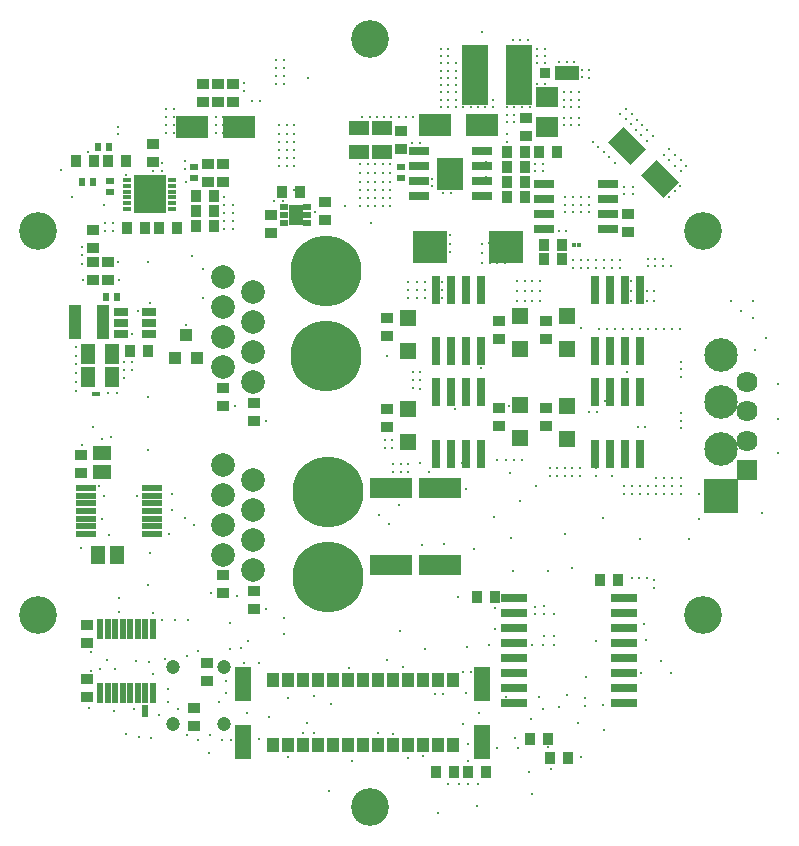
<source format=gbs>
G04*
G04 #@! TF.GenerationSoftware,Altium Limited,Altium Designer,22.0.2 (36)*
G04*
G04 Layer_Color=16711935*
%FSLAX25Y25*%
%MOIN*%
G70*
G04*
G04 #@! TF.SameCoordinates,03AFB46A-AB1F-498B-8AA6-452B2CF56A70*
G04*
G04*
G04 #@! TF.FilePolarity,Negative*
G04*
G01*
G75*
%ADD56R,0.04300X0.03800*%
%ADD59R,0.10642X0.07493*%
%ADD63R,0.04551X0.06551*%
%ADD65R,0.03800X0.04300*%
%ADD66R,0.11784X0.10918*%
%ADD71R,0.03972X0.03472*%
%ADD75R,0.06551X0.04551*%
%ADD77R,0.03472X0.03972*%
%ADD89C,0.23635*%
%ADD90R,0.07060X0.07060*%
%ADD91C,0.07060*%
%ADD92C,0.00800*%
%ADD93R,0.11194X0.11194*%
%ADD94C,0.11194*%
%ADD95C,0.04737*%
%ADD96C,0.07887*%
%ADD97C,0.12611*%
%ADD98C,0.01181*%
%ADD540R,0.01457X0.01496*%
%ADD541R,0.14186X0.07099*%
%ADD542R,0.01981X0.04698*%
%ADD543R,0.04698X0.01981*%
%ADD544R,0.02414X0.07099*%
%ADD545R,0.02257X0.01863*%
%ADD546R,0.08274X0.04731*%
%ADD547R,0.03550X0.03550*%
%ADD548R,0.08674X0.03162*%
%ADD549R,0.07800X0.06800*%
%ADD550R,0.03950X0.11430*%
%ADD551R,0.02272X0.02972*%
%ADD552R,0.04737X0.03162*%
%ADD553R,0.06902X0.02178*%
%ADD554R,0.04028X0.04422*%
%ADD555R,0.05524X0.05524*%
%ADD556R,0.05524X0.11430*%
%ADD557R,0.03950X0.05131*%
%ADD558R,0.03162X0.09461*%
G04:AMPARAMS|DCode=559|XSize=106.42mil|YSize=74.93mil|CornerRadius=0mil|HoleSize=0mil|Usage=FLASHONLY|Rotation=315.000|XOffset=0mil|YOffset=0mil|HoleType=Round|Shape=Rectangle|*
%AMROTATEDRECTD559*
4,1,4,-0.06412,0.01114,-0.01114,0.06412,0.06412,-0.01114,0.01114,-0.06412,-0.06412,0.01114,0.0*
%
%ADD559ROTATEDRECTD559*%

%ADD560R,0.06902X0.03162*%
%ADD561R,0.02972X0.02272*%
%ADD562R,0.08674X0.10642*%
%ADD563R,0.07139X0.03084*%
%ADD564R,0.03162X0.01784*%
%ADD565R,0.11036X0.12611*%
%ADD566R,0.09095X0.20118*%
%ADD567R,0.02572X0.01981*%
%ADD568R,0.04737X0.07099*%
D56*
X-49000Y133500D02*
D03*
Y139500D02*
D03*
X-38900Y72000D02*
D03*
Y66000D02*
D03*
X-49000Y71200D02*
D03*
Y77200D02*
D03*
X-38900Y128600D02*
D03*
Y134600D02*
D03*
X5600Y132500D02*
D03*
Y126500D02*
D03*
Y162900D02*
D03*
Y156900D02*
D03*
X58500Y156100D02*
D03*
X42900D02*
D03*
Y133100D02*
D03*
Y127100D02*
D03*
Y162100D02*
D03*
X58500Y133100D02*
D03*
Y127100D02*
D03*
Y162100D02*
D03*
X-58900Y32900D02*
D03*
Y26900D02*
D03*
X-54300Y47900D02*
D03*
Y41900D02*
D03*
X-92400Y192300D02*
D03*
Y186300D02*
D03*
X-45871Y241037D02*
D03*
Y235037D02*
D03*
D59*
X37200Y227300D02*
D03*
X21452D02*
D03*
X-59548Y226600D02*
D03*
X-43800D02*
D03*
D63*
X-94100Y151000D02*
D03*
X-86100D02*
D03*
X-94100Y143400D02*
D03*
X-86100D02*
D03*
D65*
X56100Y218200D02*
D03*
X62100D02*
D03*
X45500Y208200D02*
D03*
X51500D02*
D03*
X45500Y213300D02*
D03*
X51500D02*
D03*
X-58271Y193700D02*
D03*
X-52271D02*
D03*
X59900Y16300D02*
D03*
X65900D02*
D03*
X53200Y22800D02*
D03*
X59200D02*
D03*
X-58271Y198669D02*
D03*
X-52271D02*
D03*
X-58271Y203637D02*
D03*
X-52271D02*
D03*
X-98172Y215300D02*
D03*
X-92172D02*
D03*
X-87500D02*
D03*
X-81500D02*
D03*
X58000Y187300D02*
D03*
X64000D02*
D03*
X58000Y182500D02*
D03*
X64000D02*
D03*
X51500Y203237D02*
D03*
X45500D02*
D03*
X28000Y11500D02*
D03*
X22000D02*
D03*
X32500D02*
D03*
X38500D02*
D03*
D66*
X19800Y186600D02*
D03*
X45154D02*
D03*
D71*
X-96300Y117200D02*
D03*
Y111200D02*
D03*
X-94300Y42600D02*
D03*
Y36600D02*
D03*
X51800Y223800D02*
D03*
Y229800D02*
D03*
X10100Y219400D02*
D03*
Y225400D02*
D03*
X-50836Y241137D02*
D03*
Y235137D02*
D03*
X-55800D02*
D03*
Y241137D02*
D03*
X-92400Y181500D02*
D03*
Y175500D02*
D03*
X-87300D02*
D03*
Y181500D02*
D03*
X-94500Y60600D02*
D03*
Y54600D02*
D03*
X-54272Y208337D02*
D03*
Y214337D02*
D03*
X-49272Y208337D02*
D03*
Y214337D02*
D03*
X-14972Y201737D02*
D03*
Y195737D02*
D03*
X-33171Y197337D02*
D03*
Y191337D02*
D03*
X-72471Y215137D02*
D03*
Y221137D02*
D03*
X86028Y191737D02*
D03*
Y197737D02*
D03*
D75*
X3900Y218400D02*
D03*
Y226400D02*
D03*
X-3700Y218400D02*
D03*
Y226400D02*
D03*
D77*
X-74000Y152100D02*
D03*
X-80000D02*
D03*
X51500Y218300D02*
D03*
X45500D02*
D03*
X76400Y75600D02*
D03*
X82400D02*
D03*
X35500Y70000D02*
D03*
X41500D02*
D03*
X-75072Y193037D02*
D03*
X-81072D02*
D03*
X-64400Y193100D02*
D03*
X-70400D02*
D03*
X-29372Y204937D02*
D03*
X-23371D02*
D03*
D89*
X-14200Y76789D02*
D03*
Y105135D02*
D03*
X-14700Y178694D02*
D03*
Y150347D02*
D03*
D90*
X125700Y112272D02*
D03*
D91*
Y122114D02*
D03*
Y131957D02*
D03*
Y141799D02*
D03*
D92*
X130386Y97827D02*
D03*
X69071Y27871D02*
D03*
X52929Y11729D02*
D03*
X-41201Y31426D02*
D03*
X36201D02*
D03*
X-57335Y51890D02*
D03*
Y22363D02*
D03*
X-74000Y73919D02*
D03*
Y118919D02*
D03*
Y136680D02*
D03*
Y181680D02*
D03*
D93*
X117000Y103732D02*
D03*
D94*
Y119323D02*
D03*
Y134913D02*
D03*
Y150504D02*
D03*
D95*
X-65799Y27678D02*
D03*
Y46576D02*
D03*
X-48870Y27678D02*
D03*
Y46576D02*
D03*
D96*
X-39000Y108919D02*
D03*
Y98919D02*
D03*
Y88919D02*
D03*
Y78919D02*
D03*
X-49000Y113919D02*
D03*
Y103919D02*
D03*
Y93919D02*
D03*
Y83919D02*
D03*
X-39000Y171680D02*
D03*
Y161680D02*
D03*
Y151680D02*
D03*
Y141680D02*
D03*
X-49000Y176680D02*
D03*
Y166680D02*
D03*
Y156680D02*
D03*
Y146680D02*
D03*
D97*
X0Y255906D02*
D03*
X110810Y191929D02*
D03*
X-110810D02*
D03*
Y63976D02*
D03*
X110810D02*
D03*
X0Y0D02*
D03*
D98*
X16600Y221200D02*
D03*
X13800D02*
D03*
X28200Y132700D02*
D03*
X-28800Y246300D02*
D03*
Y248900D02*
D03*
Y243700D02*
D03*
Y241100D02*
D03*
X-34900Y128651D02*
D03*
X88444Y34600D02*
D03*
X200Y194600D02*
D03*
X16400Y114603D02*
D03*
X12623Y114400D02*
D03*
X47800Y115500D02*
D03*
X50550D02*
D03*
X45050D02*
D03*
X42300D02*
D03*
X-31600Y241100D02*
D03*
Y243700D02*
D03*
Y248900D02*
D03*
Y246300D02*
D03*
X-42100Y238800D02*
D03*
Y241400D02*
D03*
X-34900Y65949D02*
D03*
X-44478Y70441D02*
D03*
X-28914Y63096D02*
D03*
X-53000Y71149D02*
D03*
X-45000Y133500D02*
D03*
X-78700Y32500D02*
D03*
X-70600Y30500D02*
D03*
X-73000Y22900D02*
D03*
X-77137Y23363D02*
D03*
X-61269Y50400D02*
D03*
X-68600Y49300D02*
D03*
X-61269Y24000D02*
D03*
X-53400D02*
D03*
X-66200Y98950D02*
D03*
Y104400D02*
D03*
X-3361Y208400D02*
D03*
Y214284D02*
D03*
Y211292D02*
D03*
Y205708D02*
D03*
Y203016D02*
D03*
Y200324D02*
D03*
X-869Y208400D02*
D03*
Y214284D02*
D03*
Y211292D02*
D03*
Y205708D02*
D03*
Y203016D02*
D03*
Y200324D02*
D03*
X-2720Y229900D02*
D03*
X-84500Y137900D02*
D03*
X-87300D02*
D03*
X92400Y182700D02*
D03*
X95009D02*
D03*
X97618D02*
D03*
X-13900Y5200D02*
D03*
X32000Y105900D02*
D03*
X16600Y144900D02*
D03*
X14127D02*
D03*
X5500Y150200D02*
D03*
X-83900Y69600D02*
D03*
X7323Y122409D02*
D03*
Y119809D02*
D03*
X4761D02*
D03*
X14127Y139484D02*
D03*
Y142150D02*
D03*
X16600D02*
D03*
X-20900Y242900D02*
D03*
X-27808Y213695D02*
D03*
X-25316D02*
D03*
X-27808Y216387D02*
D03*
X-25316D02*
D03*
X-27808Y227171D02*
D03*
X-25316D02*
D03*
X-27808Y224479D02*
D03*
X-25316D02*
D03*
Y221787D02*
D03*
X-27808D02*
D03*
X-25316Y219095D02*
D03*
X-27808D02*
D03*
X-30300Y227171D02*
D03*
Y219072D02*
D03*
Y221772D02*
D03*
Y224471D02*
D03*
X58200Y132900D02*
D03*
X-84100Y181600D02*
D03*
X-83900Y64900D02*
D03*
X-72600Y64500D02*
D03*
X41500Y59400D02*
D03*
X75084Y55184D02*
D03*
X37000Y38000D02*
D03*
X-28914Y57800D02*
D03*
X-7076Y46398D02*
D03*
X-94231Y218269D02*
D03*
X-37175Y48100D02*
D03*
X-32400Y42500D02*
D03*
X-40678Y55381D02*
D03*
X23700Y190489D02*
D03*
X26528D02*
D03*
X36900Y146200D02*
D03*
X26543Y169660D02*
D03*
Y172352D02*
D03*
Y175044D02*
D03*
X20971Y169660D02*
D03*
Y172352D02*
D03*
Y175044D02*
D03*
X23772Y169660D02*
D03*
Y172352D02*
D03*
Y175044D02*
D03*
X26528Y185105D02*
D03*
Y187797D02*
D03*
X23700D02*
D03*
Y185105D02*
D03*
X-30300Y216400D02*
D03*
Y213671D02*
D03*
X30681Y114603D02*
D03*
X46100Y133800D02*
D03*
X46600Y111300D02*
D03*
X16600Y139400D02*
D03*
X5600Y131480D02*
D03*
X32281Y150200D02*
D03*
X-18501Y198428D02*
D03*
X-8600Y200200D02*
D03*
X-25400Y205500D02*
D03*
X90219Y44600D02*
D03*
X53758Y4400D02*
D03*
X22600Y-2100D02*
D03*
X-289Y229900D02*
D03*
X30800Y45000D02*
D03*
X-18880Y36820D02*
D03*
X-13200Y34365D02*
D03*
X64900Y91100D02*
D03*
X53900Y54000D02*
D03*
X-27500Y16781D02*
D03*
X46900Y89700D02*
D03*
X-6152Y15474D02*
D03*
X78000Y179700D02*
D03*
X-99500Y203200D02*
D03*
X61271Y64174D02*
D03*
X61200Y57100D02*
D03*
X58035D02*
D03*
X21600Y37700D02*
D03*
X24300D02*
D03*
X33500Y45000D02*
D03*
X-85474Y32100D02*
D03*
X-87755Y48935D02*
D03*
X-93169Y45460D02*
D03*
X-90136Y45881D02*
D03*
X-93169Y51500D02*
D03*
X62828Y33437D02*
D03*
X57500Y32760D02*
D03*
X71700Y33700D02*
D03*
X77500Y33900D02*
D03*
X18231Y52631D02*
D03*
X47352Y44700D02*
D03*
X78000Y25700D02*
D03*
X59338Y20138D02*
D03*
X71700Y36154D02*
D03*
X53400Y29300D02*
D03*
X71860Y43441D02*
D03*
X56300Y36500D02*
D03*
X45095D02*
D03*
X39671Y54091D02*
D03*
X65600Y37319D02*
D03*
X26019Y7782D02*
D03*
X12450Y16419D02*
D03*
X87200Y76419D02*
D03*
X92200D02*
D03*
X54800Y64219D02*
D03*
X58035D02*
D03*
X61200Y54100D02*
D03*
X-88800Y103700D02*
D03*
X-86534Y123362D02*
D03*
X-89500Y122600D02*
D03*
X-89300Y96100D02*
D03*
X-90500Y107100D02*
D03*
X-46700Y61200D02*
D03*
X-27534Y36366D02*
D03*
X-33900Y30100D02*
D03*
X-37000Y22626D02*
D03*
X-21132Y27869D02*
D03*
X-53900Y18100D02*
D03*
X-81300Y24300D02*
D03*
X-87039Y90800D02*
D03*
X-73500Y84500D02*
D03*
X-43100Y53100D02*
D03*
X-65100Y62181D02*
D03*
X-60700D02*
D03*
X-77811Y103722D02*
D03*
X-73800Y48400D02*
D03*
X-96300Y86300D02*
D03*
X-69481Y62181D02*
D03*
X-67136Y90938D02*
D03*
X-78000Y48800D02*
D03*
X-96200Y120600D02*
D03*
X-92460Y126619D02*
D03*
X-58700Y93919D02*
D03*
X-46700Y52600D02*
D03*
X31800Y37900D02*
D03*
X30977Y27494D02*
D03*
X-85200Y46100D02*
D03*
X-72600Y44340D02*
D03*
X-93700Y33100D02*
D03*
X12623Y111800D02*
D03*
X7500D02*
D03*
X10061D02*
D03*
X7500Y114400D02*
D03*
X10061D02*
D03*
X6300Y94319D02*
D03*
X9600Y100500D02*
D03*
X41081Y96500D02*
D03*
X4761Y122409D02*
D03*
X32300Y53259D02*
D03*
X57400Y54014D02*
D03*
X65319Y192100D02*
D03*
X62900D02*
D03*
X-79400Y145750D02*
D03*
X-98200Y138650D02*
D03*
X58200Y250285D02*
D03*
X67900Y248200D02*
D03*
X62900D02*
D03*
X65400D02*
D03*
X72800Y245500D02*
D03*
Y243000D02*
D03*
X70500Y243300D02*
D03*
Y245800D02*
D03*
X55700Y240900D02*
D03*
X58200D02*
D03*
X69500Y227200D02*
D03*
Y229626D02*
D03*
Y233300D02*
D03*
Y238160D02*
D03*
Y235730D02*
D03*
X47400Y255700D02*
D03*
X52400D02*
D03*
X49900D02*
D03*
X64500Y233300D02*
D03*
X53222D02*
D03*
X67000Y235730D02*
D03*
X64500Y238160D02*
D03*
X50610Y233300D02*
D03*
X55700Y252712D02*
D03*
X67000Y238160D02*
D03*
X53222Y235726D02*
D03*
X58200Y247859D02*
D03*
X45387Y233300D02*
D03*
X55700Y250285D02*
D03*
X64500Y235730D02*
D03*
X47999Y235726D02*
D03*
X67000Y233300D02*
D03*
X45387Y235726D02*
D03*
X47999Y233300D02*
D03*
X50610Y235726D02*
D03*
X58200Y252712D02*
D03*
X55700Y247859D02*
D03*
X-73500Y167900D02*
D03*
X67000Y229626D02*
D03*
Y227200D02*
D03*
X64500Y229626D02*
D03*
Y227200D02*
D03*
X24280Y204600D02*
D03*
Y207292D02*
D03*
Y209984D02*
D03*
X-103000Y212400D02*
D03*
X-61500Y160800D02*
D03*
X67161Y79500D02*
D03*
X-42100Y48100D02*
D03*
X-46600Y22400D02*
D03*
X-49600D02*
D03*
X-82100Y148400D02*
D03*
Y143000D02*
D03*
Y145750D02*
D03*
X-79400Y148400D02*
D03*
Y157481D02*
D03*
X-77303Y165240D02*
D03*
X-98200Y144550D02*
D03*
Y141600D02*
D03*
Y147500D02*
D03*
Y150450D02*
D03*
Y153400D02*
D03*
X100300Y44800D02*
D03*
X97000Y48800D02*
D03*
X-95800Y175500D02*
D03*
X-50381Y34881D02*
D03*
X-67450Y39226D02*
D03*
Y34874D02*
D03*
X-48100Y38100D02*
D03*
X-64200Y32500D02*
D03*
X37300Y258300D02*
D03*
X127700Y162900D02*
D03*
X87100Y230900D02*
D03*
X88900Y229100D02*
D03*
X90600Y227300D02*
D03*
X92300Y225500D02*
D03*
X94100Y223700D02*
D03*
X85300Y232700D02*
D03*
X103400Y211900D02*
D03*
X101550Y213750D02*
D03*
X99700Y215600D02*
D03*
X97850Y217450D02*
D03*
X97618Y180200D02*
D03*
X100226D02*
D03*
X92400D02*
D03*
X95009D02*
D03*
X103100Y207000D02*
D03*
X26000Y252742D02*
D03*
X23400D02*
D03*
X26000Y250312D02*
D03*
X23400D02*
D03*
X-84200Y224240D02*
D03*
Y226780D02*
D03*
X99680Y219280D02*
D03*
X101530Y217430D02*
D03*
X101400Y205200D02*
D03*
X87400Y204200D02*
D03*
Y206700D02*
D03*
X84700D02*
D03*
Y204200D02*
D03*
X97786Y159400D02*
D03*
X100471D02*
D03*
X103157D02*
D03*
X77600Y96400D02*
D03*
X95100Y159400D02*
D03*
X35600Y200D02*
D03*
X2500Y24558D02*
D03*
X9814Y58586D02*
D03*
X41500Y66319D02*
D03*
X58035Y66825D02*
D03*
X54800Y66800D02*
D03*
X91300Y60900D02*
D03*
X49300Y19700D02*
D03*
X48100Y23046D02*
D03*
X60200Y12700D02*
D03*
X32500Y15327D02*
D03*
X32600Y21100D02*
D03*
X17600Y17123D02*
D03*
X36000Y7782D02*
D03*
X29400D02*
D03*
X32700D02*
D03*
X42116Y19700D02*
D03*
X70200Y16500D02*
D03*
X-61700Y96300D02*
D03*
X90000Y89400D02*
D03*
X-22500Y24600D02*
D03*
X-18750D02*
D03*
X29200Y69900D02*
D03*
X5644Y49069D02*
D03*
X10909Y46760D02*
D03*
X19500Y111622D02*
D03*
X47476Y78546D02*
D03*
X59273Y78481D02*
D03*
X91900Y55500D02*
D03*
X-88800Y200500D02*
D03*
X-39557Y235300D02*
D03*
X-36900D02*
D03*
X-59400Y183700D02*
D03*
X-55900Y179400D02*
D03*
X-83900Y175500D02*
D03*
X34600Y86100D02*
D03*
X131900Y156200D02*
D03*
X128100Y152400D02*
D03*
X135900Y140900D02*
D03*
Y129400D02*
D03*
Y117900D02*
D03*
X109500Y96000D02*
D03*
Y104300D02*
D03*
X81000Y135400D02*
D03*
X78300D02*
D03*
X7500Y24400D02*
D03*
X76300Y159400D02*
D03*
X75666Y131633D02*
D03*
X73000D02*
D03*
X89100Y126800D02*
D03*
X91600D02*
D03*
X103402Y126200D02*
D03*
Y128700D02*
D03*
Y131200D02*
D03*
X50000Y102000D02*
D03*
X55100Y106900D02*
D03*
X103400Y148400D02*
D03*
Y145900D02*
D03*
Y143400D02*
D03*
X80650Y110200D02*
D03*
X-81472Y210737D02*
D03*
X-85900Y192100D02*
D03*
Y194802D02*
D03*
X-52500Y203400D02*
D03*
X-72469Y198781D02*
D03*
X-55800Y169800D02*
D03*
X103380Y215580D02*
D03*
X105230Y213730D02*
D03*
X-69600Y214697D02*
D03*
X-96000Y186800D02*
D03*
Y183850D02*
D03*
X-88500Y194802D02*
D03*
Y192100D02*
D03*
X106200Y89400D02*
D03*
X103400Y109700D02*
D03*
Y107000D02*
D03*
Y104300D02*
D03*
X100700Y109700D02*
D03*
Y107000D02*
D03*
Y104300D02*
D03*
X94600Y73000D02*
D03*
Y75500D02*
D03*
X89700Y76419D02*
D03*
X64800Y110200D02*
D03*
X-48700Y203400D02*
D03*
Y200700D02*
D03*
X-45900D02*
D03*
Y198000D02*
D03*
Y195300D02*
D03*
Y192600D02*
D03*
X-48700D02*
D03*
Y195300D02*
D03*
Y198000D02*
D03*
X45531Y224247D02*
D03*
X120100Y168500D02*
D03*
X127500D02*
D03*
X83300Y231100D02*
D03*
X74200Y221800D02*
D03*
X70100Y159600D02*
D03*
X92414Y159400D02*
D03*
X89728D02*
D03*
X87043D02*
D03*
X84357D02*
D03*
X81671D02*
D03*
X78986D02*
D03*
X80100Y154300D02*
D03*
Y151700D02*
D03*
X75100Y110200D02*
D03*
X62274D02*
D03*
X59773D02*
D03*
X67273D02*
D03*
X69774D02*
D03*
Y112866D02*
D03*
X67273D02*
D03*
X59773D02*
D03*
X62274D02*
D03*
X64773D02*
D03*
X45387Y230800D02*
D03*
Y228300D02*
D03*
X40751Y235730D02*
D03*
X38321D02*
D03*
X35891D02*
D03*
X33461D02*
D03*
X31030D02*
D03*
X23400Y247882D02*
D03*
Y245451D02*
D03*
Y243021D02*
D03*
Y240591D02*
D03*
Y238160D02*
D03*
Y235730D02*
D03*
Y233300D02*
D03*
X-72469Y212040D02*
D03*
Y201413D02*
D03*
Y206727D02*
D03*
Y204070D02*
D03*
Y209384D02*
D03*
X-49000Y230000D02*
D03*
Y227343D02*
D03*
Y224687D02*
D03*
X-51500D02*
D03*
Y227343D02*
D03*
Y230000D02*
D03*
X-65427Y224757D02*
D03*
Y230070D02*
D03*
Y227414D02*
D03*
Y232727D02*
D03*
X-68148Y224757D02*
D03*
Y227414D02*
D03*
Y230070D02*
D03*
Y232727D02*
D03*
X-61600Y208300D02*
D03*
X-69600Y198757D02*
D03*
Y201413D02*
D03*
Y204070D02*
D03*
Y206727D02*
D03*
Y212040D02*
D03*
Y209384D02*
D03*
X-61719Y212760D02*
D03*
X64800Y203300D02*
D03*
Y200750D02*
D03*
Y198200D02*
D03*
X67500D02*
D03*
Y200750D02*
D03*
Y203300D02*
D03*
X70200Y198300D02*
D03*
Y200800D02*
D03*
Y203300D02*
D03*
X72900D02*
D03*
Y200800D02*
D03*
Y198300D02*
D03*
X92100Y222100D02*
D03*
X90300Y223900D02*
D03*
X88600Y225700D02*
D03*
X86900Y227500D02*
D03*
X85100Y229300D02*
D03*
X76000Y220000D02*
D03*
X77800Y218200D02*
D03*
X79600Y216500D02*
D03*
X81400Y214800D02*
D03*
X79600Y216500D02*
D03*
X-32000Y201937D02*
D03*
X80650Y179700D02*
D03*
X75350D02*
D03*
X67400D02*
D03*
X70050D02*
D03*
X72700D02*
D03*
X83300D02*
D03*
Y182200D02*
D03*
X72700D02*
D03*
X70050D02*
D03*
X67400D02*
D03*
X51500Y208100D02*
D03*
X47999Y228300D02*
D03*
Y230800D02*
D03*
X54800Y211900D02*
D03*
Y214400D02*
D03*
X57400Y211900D02*
D03*
Y214400D02*
D03*
X99600Y203400D02*
D03*
X11862Y229900D02*
D03*
X9432D02*
D03*
X7001D02*
D03*
X4571D02*
D03*
X2141D02*
D03*
X26000Y233300D02*
D03*
Y235730D02*
D03*
Y238160D02*
D03*
Y240591D02*
D03*
Y243021D02*
D03*
Y245451D02*
D03*
Y247882D02*
D03*
X28600D02*
D03*
Y245451D02*
D03*
Y243021D02*
D03*
Y240591D02*
D03*
Y238160D02*
D03*
Y235730D02*
D03*
X31030Y233300D02*
D03*
X28600D02*
D03*
X33461D02*
D03*
X35891D02*
D03*
X38321D02*
D03*
X40751D02*
D03*
X26880Y209984D02*
D03*
Y207292D02*
D03*
Y204600D02*
D03*
X20700Y207000D02*
D03*
Y209383D02*
D03*
X3000Y97400D02*
D03*
X18200Y175044D02*
D03*
Y172352D02*
D03*
Y169660D02*
D03*
X15400Y175044D02*
D03*
Y172352D02*
D03*
Y169660D02*
D03*
X12629D02*
D03*
Y172352D02*
D03*
Y175044D02*
D03*
X4116Y200324D02*
D03*
X1624D02*
D03*
X6608D02*
D03*
X4116Y203016D02*
D03*
X1624D02*
D03*
X6608D02*
D03*
Y205708D02*
D03*
X1624D02*
D03*
X4116D02*
D03*
X6608Y208400D02*
D03*
Y214284D02*
D03*
Y211292D02*
D03*
X4116D02*
D03*
Y214284D02*
D03*
X1624Y211292D02*
D03*
Y214284D02*
D03*
X4116Y208400D02*
D03*
X14292Y229900D02*
D03*
X48783Y168600D02*
D03*
X51392D02*
D03*
X54001Y168609D02*
D03*
X56609D02*
D03*
X51392Y175181D02*
D03*
X48783D02*
D03*
X54001D02*
D03*
X51392Y171890D02*
D03*
X48783D02*
D03*
X54001D02*
D03*
X94700Y168609D02*
D03*
X92091D02*
D03*
Y171890D02*
D03*
X94700D02*
D03*
X89482Y168600D02*
D03*
X86874D02*
D03*
X98000Y104300D02*
D03*
X95300D02*
D03*
X92600D02*
D03*
X89900D02*
D03*
X87200D02*
D03*
X84500D02*
D03*
X95300Y109700D02*
D03*
X84500Y107000D02*
D03*
X87200D02*
D03*
X89900D02*
D03*
X92600D02*
D03*
X95300D02*
D03*
X98000D02*
D03*
Y109700D02*
D03*
X75100Y112866D02*
D03*
X-96000Y180900D02*
D03*
X-61719Y215300D02*
D03*
X85600Y145000D02*
D03*
X75350Y182200D02*
D03*
X78000D02*
D03*
X80650D02*
D03*
X123628Y165337D02*
D03*
X-48100Y41900D02*
D03*
X45500Y221600D02*
D03*
X38605Y215094D02*
D03*
Y210094D02*
D03*
X1624Y208400D02*
D03*
X37100Y184500D02*
D03*
X44905Y181200D02*
D03*
X42279D02*
D03*
Y184500D02*
D03*
X39752Y181228D02*
D03*
X37100Y187800D02*
D03*
X39752Y184529D02*
D03*
X44905Y187800D02*
D03*
X37100Y181200D02*
D03*
X39652Y187829D02*
D03*
X42279Y187800D02*
D03*
X44905Y184500D02*
D03*
X56609Y171890D02*
D03*
Y175181D02*
D03*
X24600Y87600D02*
D03*
X89482Y175181D02*
D03*
X86874D02*
D03*
Y171890D02*
D03*
X89482D02*
D03*
X-29272Y201937D02*
D03*
X17328Y87337D02*
D03*
D540*
X67932Y187200D02*
D03*
X69468D02*
D03*
X-92268Y137800D02*
D03*
X-90732D02*
D03*
D541*
X23086Y80705D02*
D03*
Y106295D02*
D03*
X7028Y80705D02*
D03*
Y106295D02*
D03*
D542*
X-91469Y111731D02*
D03*
X-89500D02*
D03*
X-87532D02*
D03*
Y118069D02*
D03*
X-89500D02*
D03*
X-91469D02*
D03*
D543*
X-84531Y86068D02*
D03*
Y84100D02*
D03*
Y82131D02*
D03*
X-90869D02*
D03*
Y84100D02*
D03*
Y86068D02*
D03*
D544*
X-80100Y38140D02*
D03*
X-77600D02*
D03*
X-90100D02*
D03*
X-87600D02*
D03*
X-85100D02*
D03*
X-82600D02*
D03*
X-75100D02*
D03*
X-72600D02*
D03*
Y59400D02*
D03*
X-75100D02*
D03*
X-77600D02*
D03*
X-80100D02*
D03*
X-82600D02*
D03*
X-85100D02*
D03*
X-87600D02*
D03*
X-90100D02*
D03*
D545*
X-75100Y30917D02*
D03*
Y33083D02*
D03*
D546*
X65540Y244500D02*
D03*
D547*
X58060D02*
D03*
D548*
X84507Y69600D02*
D03*
Y64600D02*
D03*
Y59600D02*
D03*
Y54600D02*
D03*
Y49600D02*
D03*
Y44600D02*
D03*
Y39600D02*
D03*
Y34600D02*
D03*
X47893D02*
D03*
Y39600D02*
D03*
Y44600D02*
D03*
Y49600D02*
D03*
Y54600D02*
D03*
Y59600D02*
D03*
Y64600D02*
D03*
Y69600D02*
D03*
D549*
X59000Y236800D02*
D03*
Y226800D02*
D03*
D550*
X-89272Y161500D02*
D03*
X-98328D02*
D03*
D551*
X-88150Y169900D02*
D03*
X-84450D02*
D03*
X-96222Y208437D02*
D03*
X-92522D02*
D03*
X-87172Y219837D02*
D03*
X-90872D02*
D03*
D552*
X-83124Y165040D02*
D03*
Y161300D02*
D03*
Y157560D02*
D03*
X-73676D02*
D03*
Y161300D02*
D03*
Y165040D02*
D03*
D553*
X-72693Y90938D02*
D03*
Y93497D02*
D03*
Y96056D02*
D03*
Y98615D02*
D03*
Y101174D02*
D03*
Y103733D02*
D03*
Y106292D02*
D03*
X-94740Y90938D02*
D03*
Y93497D02*
D03*
Y96056D02*
D03*
Y98615D02*
D03*
Y101174D02*
D03*
Y103733D02*
D03*
Y106292D02*
D03*
D554*
X-65240Y149563D02*
D03*
X-57760D02*
D03*
X-61500Y157437D02*
D03*
D555*
X65400Y163609D02*
D03*
Y152586D02*
D03*
X49800Y163612D02*
D03*
Y152588D02*
D03*
X12400Y163013D02*
D03*
Y151989D02*
D03*
X12403Y121688D02*
D03*
Y132712D02*
D03*
X65398Y122788D02*
D03*
Y133812D02*
D03*
X49800Y122900D02*
D03*
Y133924D02*
D03*
D556*
X-42323Y41072D02*
D03*
Y21780D02*
D03*
X37323Y41072D02*
D03*
Y21780D02*
D03*
D557*
X22500Y20599D02*
D03*
X17500D02*
D03*
X7500D02*
D03*
X2500D02*
D03*
X-2500D02*
D03*
X-7500D02*
D03*
X-12500D02*
D03*
X-17500D02*
D03*
X-22500D02*
D03*
X-27500D02*
D03*
X27500D02*
D03*
X12500D02*
D03*
X-32500D02*
D03*
Y42253D02*
D03*
X-27500D02*
D03*
X-22500D02*
D03*
X-17500D02*
D03*
X-12500D02*
D03*
X-7500D02*
D03*
X-2500D02*
D03*
X2500D02*
D03*
X7500D02*
D03*
X12500D02*
D03*
X17500D02*
D03*
X22500D02*
D03*
X27500D02*
D03*
D558*
X32000Y117800D02*
D03*
X74800Y151864D02*
D03*
X84800Y117800D02*
D03*
X22000Y151864D02*
D03*
X37000Y138272D02*
D03*
X32000D02*
D03*
X27000D02*
D03*
X22000D02*
D03*
Y117800D02*
D03*
X27000D02*
D03*
X37000D02*
D03*
Y151864D02*
D03*
X32000D02*
D03*
X27000D02*
D03*
X22000Y172336D02*
D03*
X27000D02*
D03*
X32000D02*
D03*
X37000D02*
D03*
X89800Y117800D02*
D03*
X79800D02*
D03*
X74800D02*
D03*
Y138272D02*
D03*
X79800D02*
D03*
X84800D02*
D03*
X89800D02*
D03*
Y151864D02*
D03*
X84800D02*
D03*
X79800D02*
D03*
X74800Y172336D02*
D03*
X79800D02*
D03*
X84800D02*
D03*
X89800D02*
D03*
D559*
X96668Y209332D02*
D03*
X85532Y220468D02*
D03*
D560*
X79058Y207737D02*
D03*
Y202737D02*
D03*
Y197737D02*
D03*
Y192737D02*
D03*
X57799D02*
D03*
Y197737D02*
D03*
Y202737D02*
D03*
Y207737D02*
D03*
D561*
X10200Y213450D02*
D03*
Y209750D02*
D03*
X-86900Y205100D02*
D03*
Y208800D02*
D03*
X-58772Y209637D02*
D03*
Y213337D02*
D03*
D562*
X26653Y211000D02*
D03*
D563*
X16200Y218500D02*
D03*
Y213500D02*
D03*
Y208500D02*
D03*
Y203500D02*
D03*
X37106D02*
D03*
Y208500D02*
D03*
Y213500D02*
D03*
Y218500D02*
D03*
D564*
X-66071Y209074D02*
D03*
Y207106D02*
D03*
Y205137D02*
D03*
Y203169D02*
D03*
Y201200D02*
D03*
Y199232D02*
D03*
X-81032D02*
D03*
Y201200D02*
D03*
Y203169D02*
D03*
Y205137D02*
D03*
Y207106D02*
D03*
Y209074D02*
D03*
D565*
X-73552Y204153D02*
D03*
D566*
X49400Y244100D02*
D03*
X34833D02*
D03*
D567*
X-21071Y199855D02*
D03*
Y197296D02*
D03*
Y194737D02*
D03*
X-28749D02*
D03*
Y197296D02*
D03*
Y199855D02*
D03*
D568*
X-24910Y197296D02*
D03*
M02*

</source>
